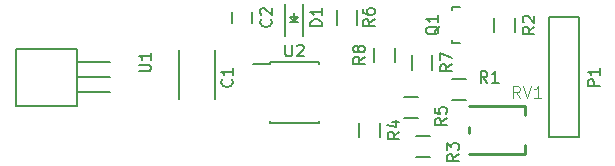
<source format=gto>
G04 #@! TF.FileFunction,Legend,Top*
%FSLAX46Y46*%
G04 Gerber Fmt 4.6, Leading zero omitted, Abs format (unit mm)*
G04 Created by KiCad (PCBNEW 4.0.1-stable) date Tuesday, March 29, 2016 'AMt' 12:53:49 AM*
%MOMM*%
G01*
G04 APERTURE LIST*
%ADD10C,0.100000*%
%ADD11C,0.150000*%
%ADD12C,0.254000*%
%ADD13C,0.050000*%
G04 APERTURE END LIST*
D10*
D11*
X126135000Y-104670000D02*
X126135000Y-100570000D01*
X129135000Y-104670000D02*
X129135000Y-100570000D01*
X132295000Y-98290000D02*
X132295000Y-97290000D01*
X130595000Y-97290000D02*
X130595000Y-98290000D01*
X136640000Y-99390000D02*
X136640000Y-96690000D01*
X135140000Y-99390000D02*
X135140000Y-96690000D01*
X136040000Y-97890000D02*
X135790000Y-97890000D01*
X135790000Y-97890000D02*
X135940000Y-98040000D01*
X135540000Y-98140000D02*
X136240000Y-98140000D01*
X135890000Y-97790000D02*
X135890000Y-97440000D01*
X135890000Y-98140000D02*
X135540000Y-97790000D01*
X135540000Y-97790000D02*
X136240000Y-97790000D01*
X136240000Y-97790000D02*
X135890000Y-98140000D01*
X157480000Y-97790000D02*
X157480000Y-107950000D01*
X157480000Y-107950000D02*
X160020000Y-107950000D01*
X160020000Y-107950000D02*
X160020000Y-97790000D01*
X160020000Y-97790000D02*
X157480000Y-97790000D01*
X149209760Y-97125840D02*
X149209760Y-97174100D01*
X149910800Y-99924820D02*
X149209760Y-99924820D01*
X149209760Y-99924820D02*
X149209760Y-99675900D01*
X149209760Y-97125840D02*
X149209760Y-96925180D01*
X149209760Y-96925180D02*
X149910800Y-96925180D01*
X150460000Y-104761000D02*
X149260000Y-104761000D01*
X149260000Y-103011000D02*
X150460000Y-103011000D01*
X152795000Y-99025000D02*
X152795000Y-97825000D01*
X154545000Y-97825000D02*
X154545000Y-99025000D01*
X146212000Y-107837000D02*
X147412000Y-107837000D01*
X147412000Y-109587000D02*
X146212000Y-109587000D01*
X141365000Y-107915000D02*
X141365000Y-106715000D01*
X143115000Y-106715000D02*
X143115000Y-107915000D01*
X145196000Y-104535000D02*
X146396000Y-104535000D01*
X146396000Y-106285000D02*
X145196000Y-106285000D01*
X141210000Y-97190000D02*
X141210000Y-98390000D01*
X139460000Y-98390000D02*
X139460000Y-97190000D01*
X145810000Y-102200000D02*
X145810000Y-101000000D01*
X147560000Y-101000000D02*
X147560000Y-102200000D01*
X144385000Y-100365000D02*
X144385000Y-101565000D01*
X142635000Y-101565000D02*
X142635000Y-100365000D01*
D12*
X155385000Y-108565000D02*
X155385000Y-109315000D01*
X155385000Y-109315000D02*
X150685000Y-109315000D01*
X150685000Y-105315000D02*
X155385000Y-105315000D01*
X155385000Y-105315000D02*
X155385000Y-106065000D01*
X150685000Y-107565000D02*
X150685000Y-107065000D01*
D11*
X120269000Y-101600000D02*
X117475000Y-101600000D01*
X120269000Y-102870000D02*
X117475000Y-102870000D01*
X120269000Y-104140000D02*
X117475000Y-104140000D01*
X117475000Y-100470000D02*
X117475000Y-105270000D01*
X117475000Y-105270000D02*
X112285000Y-105270000D01*
X112285000Y-105270000D02*
X112285000Y-100470000D01*
X112285000Y-100470000D02*
X117475000Y-100470000D01*
X133815000Y-101565000D02*
X133815000Y-101710000D01*
X137965000Y-101565000D02*
X137965000Y-101710000D01*
X137965000Y-106715000D02*
X137965000Y-106570000D01*
X133815000Y-106715000D02*
X133815000Y-106570000D01*
X133815000Y-101565000D02*
X137965000Y-101565000D01*
X133815000Y-106715000D02*
X137965000Y-106715000D01*
X133815000Y-101710000D02*
X132415000Y-101710000D01*
X130592143Y-103036666D02*
X130639762Y-103084285D01*
X130687381Y-103227142D01*
X130687381Y-103322380D01*
X130639762Y-103465238D01*
X130544524Y-103560476D01*
X130449286Y-103608095D01*
X130258810Y-103655714D01*
X130115952Y-103655714D01*
X129925476Y-103608095D01*
X129830238Y-103560476D01*
X129735000Y-103465238D01*
X129687381Y-103322380D01*
X129687381Y-103227142D01*
X129735000Y-103084285D01*
X129782619Y-103036666D01*
X130687381Y-102084285D02*
X130687381Y-102655714D01*
X130687381Y-102370000D02*
X129687381Y-102370000D01*
X129830238Y-102465238D01*
X129925476Y-102560476D01*
X129973095Y-102655714D01*
X133902143Y-97956666D02*
X133949762Y-98004285D01*
X133997381Y-98147142D01*
X133997381Y-98242380D01*
X133949762Y-98385238D01*
X133854524Y-98480476D01*
X133759286Y-98528095D01*
X133568810Y-98575714D01*
X133425952Y-98575714D01*
X133235476Y-98528095D01*
X133140238Y-98480476D01*
X133045000Y-98385238D01*
X132997381Y-98242380D01*
X132997381Y-98147142D01*
X133045000Y-98004285D01*
X133092619Y-97956666D01*
X133092619Y-97575714D02*
X133045000Y-97528095D01*
X132997381Y-97432857D01*
X132997381Y-97194761D01*
X133045000Y-97099523D01*
X133092619Y-97051904D01*
X133187857Y-97004285D01*
X133283095Y-97004285D01*
X133425952Y-97051904D01*
X133997381Y-97623333D01*
X133997381Y-97004285D01*
X138247381Y-98528095D02*
X137247381Y-98528095D01*
X137247381Y-98290000D01*
X137295000Y-98147142D01*
X137390238Y-98051904D01*
X137485476Y-98004285D01*
X137675952Y-97956666D01*
X137818810Y-97956666D01*
X138009286Y-98004285D01*
X138104524Y-98051904D01*
X138199762Y-98147142D01*
X138247381Y-98290000D01*
X138247381Y-98528095D01*
X138247381Y-97004285D02*
X138247381Y-97575714D01*
X138247381Y-97290000D02*
X137247381Y-97290000D01*
X137390238Y-97385238D01*
X137485476Y-97480476D01*
X137533095Y-97575714D01*
X161742381Y-103608095D02*
X160742381Y-103608095D01*
X160742381Y-103227142D01*
X160790000Y-103131904D01*
X160837619Y-103084285D01*
X160932857Y-103036666D01*
X161075714Y-103036666D01*
X161170952Y-103084285D01*
X161218571Y-103131904D01*
X161266190Y-103227142D01*
X161266190Y-103608095D01*
X161742381Y-102084285D02*
X161742381Y-102655714D01*
X161742381Y-102370000D02*
X160742381Y-102370000D01*
X160885238Y-102465238D01*
X160980476Y-102560476D01*
X161028095Y-102655714D01*
X148157619Y-98520238D02*
X148110000Y-98615476D01*
X148014762Y-98710714D01*
X147871905Y-98853571D01*
X147824286Y-98948810D01*
X147824286Y-99044048D01*
X148062381Y-98996429D02*
X148014762Y-99091667D01*
X147919524Y-99186905D01*
X147729048Y-99234524D01*
X147395714Y-99234524D01*
X147205238Y-99186905D01*
X147110000Y-99091667D01*
X147062381Y-98996429D01*
X147062381Y-98805952D01*
X147110000Y-98710714D01*
X147205238Y-98615476D01*
X147395714Y-98567857D01*
X147729048Y-98567857D01*
X147919524Y-98615476D01*
X148014762Y-98710714D01*
X148062381Y-98805952D01*
X148062381Y-98996429D01*
X148062381Y-97615476D02*
X148062381Y-98186905D01*
X148062381Y-97901191D02*
X147062381Y-97901191D01*
X147205238Y-97996429D01*
X147300476Y-98091667D01*
X147348095Y-98186905D01*
X152233334Y-103322381D02*
X151900000Y-102846190D01*
X151661905Y-103322381D02*
X151661905Y-102322381D01*
X152042858Y-102322381D01*
X152138096Y-102370000D01*
X152185715Y-102417619D01*
X152233334Y-102512857D01*
X152233334Y-102655714D01*
X152185715Y-102750952D01*
X152138096Y-102798571D01*
X152042858Y-102846190D01*
X151661905Y-102846190D01*
X153185715Y-103322381D02*
X152614286Y-103322381D01*
X152900000Y-103322381D02*
X152900000Y-102322381D01*
X152804762Y-102465238D01*
X152709524Y-102560476D01*
X152614286Y-102608095D01*
X156222381Y-98591666D02*
X155746190Y-98925000D01*
X156222381Y-99163095D02*
X155222381Y-99163095D01*
X155222381Y-98782142D01*
X155270000Y-98686904D01*
X155317619Y-98639285D01*
X155412857Y-98591666D01*
X155555714Y-98591666D01*
X155650952Y-98639285D01*
X155698571Y-98686904D01*
X155746190Y-98782142D01*
X155746190Y-99163095D01*
X155317619Y-98210714D02*
X155270000Y-98163095D01*
X155222381Y-98067857D01*
X155222381Y-97829761D01*
X155270000Y-97734523D01*
X155317619Y-97686904D01*
X155412857Y-97639285D01*
X155508095Y-97639285D01*
X155650952Y-97686904D01*
X156222381Y-98258333D01*
X156222381Y-97639285D01*
X149804381Y-109386666D02*
X149328190Y-109720000D01*
X149804381Y-109958095D02*
X148804381Y-109958095D01*
X148804381Y-109577142D01*
X148852000Y-109481904D01*
X148899619Y-109434285D01*
X148994857Y-109386666D01*
X149137714Y-109386666D01*
X149232952Y-109434285D01*
X149280571Y-109481904D01*
X149328190Y-109577142D01*
X149328190Y-109958095D01*
X148804381Y-109053333D02*
X148804381Y-108434285D01*
X149185333Y-108767619D01*
X149185333Y-108624761D01*
X149232952Y-108529523D01*
X149280571Y-108481904D01*
X149375810Y-108434285D01*
X149613905Y-108434285D01*
X149709143Y-108481904D01*
X149756762Y-108529523D01*
X149804381Y-108624761D01*
X149804381Y-108910476D01*
X149756762Y-109005714D01*
X149709143Y-109053333D01*
X144792381Y-107481666D02*
X144316190Y-107815000D01*
X144792381Y-108053095D02*
X143792381Y-108053095D01*
X143792381Y-107672142D01*
X143840000Y-107576904D01*
X143887619Y-107529285D01*
X143982857Y-107481666D01*
X144125714Y-107481666D01*
X144220952Y-107529285D01*
X144268571Y-107576904D01*
X144316190Y-107672142D01*
X144316190Y-108053095D01*
X144125714Y-106624523D02*
X144792381Y-106624523D01*
X143744762Y-106862619D02*
X144459048Y-107100714D01*
X144459048Y-106481666D01*
X148788381Y-106338666D02*
X148312190Y-106672000D01*
X148788381Y-106910095D02*
X147788381Y-106910095D01*
X147788381Y-106529142D01*
X147836000Y-106433904D01*
X147883619Y-106386285D01*
X147978857Y-106338666D01*
X148121714Y-106338666D01*
X148216952Y-106386285D01*
X148264571Y-106433904D01*
X148312190Y-106529142D01*
X148312190Y-106910095D01*
X147788381Y-105433904D02*
X147788381Y-105910095D01*
X148264571Y-105957714D01*
X148216952Y-105910095D01*
X148169333Y-105814857D01*
X148169333Y-105576761D01*
X148216952Y-105481523D01*
X148264571Y-105433904D01*
X148359810Y-105386285D01*
X148597905Y-105386285D01*
X148693143Y-105433904D01*
X148740762Y-105481523D01*
X148788381Y-105576761D01*
X148788381Y-105814857D01*
X148740762Y-105910095D01*
X148693143Y-105957714D01*
X142692381Y-97956666D02*
X142216190Y-98290000D01*
X142692381Y-98528095D02*
X141692381Y-98528095D01*
X141692381Y-98147142D01*
X141740000Y-98051904D01*
X141787619Y-98004285D01*
X141882857Y-97956666D01*
X142025714Y-97956666D01*
X142120952Y-98004285D01*
X142168571Y-98051904D01*
X142216190Y-98147142D01*
X142216190Y-98528095D01*
X141692381Y-97099523D02*
X141692381Y-97290000D01*
X141740000Y-97385238D01*
X141787619Y-97432857D01*
X141930476Y-97528095D01*
X142120952Y-97575714D01*
X142501905Y-97575714D01*
X142597143Y-97528095D01*
X142644762Y-97480476D01*
X142692381Y-97385238D01*
X142692381Y-97194761D01*
X142644762Y-97099523D01*
X142597143Y-97051904D01*
X142501905Y-97004285D01*
X142263810Y-97004285D01*
X142168571Y-97051904D01*
X142120952Y-97099523D01*
X142073333Y-97194761D01*
X142073333Y-97385238D01*
X142120952Y-97480476D01*
X142168571Y-97528095D01*
X142263810Y-97575714D01*
X149237381Y-101766666D02*
X148761190Y-102100000D01*
X149237381Y-102338095D02*
X148237381Y-102338095D01*
X148237381Y-101957142D01*
X148285000Y-101861904D01*
X148332619Y-101814285D01*
X148427857Y-101766666D01*
X148570714Y-101766666D01*
X148665952Y-101814285D01*
X148713571Y-101861904D01*
X148761190Y-101957142D01*
X148761190Y-102338095D01*
X148237381Y-101433333D02*
X148237381Y-100766666D01*
X149237381Y-101195238D01*
X141862381Y-101131666D02*
X141386190Y-101465000D01*
X141862381Y-101703095D02*
X140862381Y-101703095D01*
X140862381Y-101322142D01*
X140910000Y-101226904D01*
X140957619Y-101179285D01*
X141052857Y-101131666D01*
X141195714Y-101131666D01*
X141290952Y-101179285D01*
X141338571Y-101226904D01*
X141386190Y-101322142D01*
X141386190Y-101703095D01*
X141290952Y-100560238D02*
X141243333Y-100655476D01*
X141195714Y-100703095D01*
X141100476Y-100750714D01*
X141052857Y-100750714D01*
X140957619Y-100703095D01*
X140910000Y-100655476D01*
X140862381Y-100560238D01*
X140862381Y-100369761D01*
X140910000Y-100274523D01*
X140957619Y-100226904D01*
X141052857Y-100179285D01*
X141100476Y-100179285D01*
X141195714Y-100226904D01*
X141243333Y-100274523D01*
X141290952Y-100369761D01*
X141290952Y-100560238D01*
X141338571Y-100655476D01*
X141386190Y-100703095D01*
X141481429Y-100750714D01*
X141671905Y-100750714D01*
X141767143Y-100703095D01*
X141814762Y-100655476D01*
X141862381Y-100560238D01*
X141862381Y-100369761D01*
X141814762Y-100274523D01*
X141767143Y-100226904D01*
X141671905Y-100179285D01*
X141481429Y-100179285D01*
X141386190Y-100226904D01*
X141338571Y-100274523D01*
X141290952Y-100369761D01*
D13*
X154979762Y-104592381D02*
X154646428Y-104116190D01*
X154408333Y-104592381D02*
X154408333Y-103592381D01*
X154789286Y-103592381D01*
X154884524Y-103640000D01*
X154932143Y-103687619D01*
X154979762Y-103782857D01*
X154979762Y-103925714D01*
X154932143Y-104020952D01*
X154884524Y-104068571D01*
X154789286Y-104116190D01*
X154408333Y-104116190D01*
X155265476Y-103592381D02*
X155598809Y-104592381D01*
X155932143Y-103592381D01*
X156789286Y-104592381D02*
X156217857Y-104592381D01*
X156503571Y-104592381D02*
X156503571Y-103592381D01*
X156408333Y-103735238D01*
X156313095Y-103830476D01*
X156217857Y-103878095D01*
D11*
X122737381Y-102361905D02*
X123546905Y-102361905D01*
X123642143Y-102314286D01*
X123689762Y-102266667D01*
X123737381Y-102171429D01*
X123737381Y-101980952D01*
X123689762Y-101885714D01*
X123642143Y-101838095D01*
X123546905Y-101790476D01*
X122737381Y-101790476D01*
X123737381Y-100790476D02*
X123737381Y-101361905D01*
X123737381Y-101076191D02*
X122737381Y-101076191D01*
X122880238Y-101171429D01*
X122975476Y-101266667D01*
X123023095Y-101361905D01*
X135128095Y-100092381D02*
X135128095Y-100901905D01*
X135175714Y-100997143D01*
X135223333Y-101044762D01*
X135318571Y-101092381D01*
X135509048Y-101092381D01*
X135604286Y-101044762D01*
X135651905Y-100997143D01*
X135699524Y-100901905D01*
X135699524Y-100092381D01*
X136128095Y-100187619D02*
X136175714Y-100140000D01*
X136270952Y-100092381D01*
X136509048Y-100092381D01*
X136604286Y-100140000D01*
X136651905Y-100187619D01*
X136699524Y-100282857D01*
X136699524Y-100378095D01*
X136651905Y-100520952D01*
X136080476Y-101092381D01*
X136699524Y-101092381D01*
M02*

</source>
